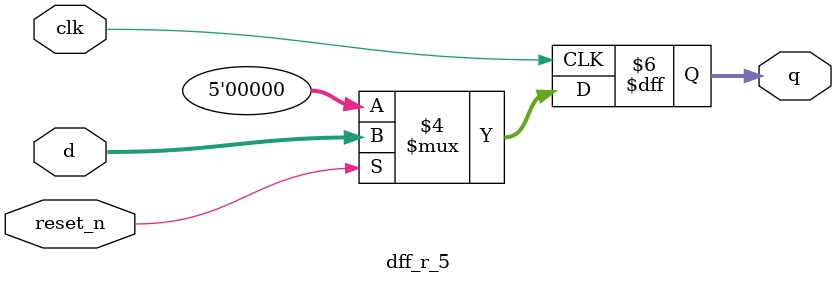
<source format=v>
module _dff(clk, reset_n, d, q); // Synchronous resettable D F/F
	input  d;
	input clk,reset_n;
	output reg q;
	
	always @(posedge clk)
		begin
		if(reset_n == 0)
			q = 0;
		else
			q = d;
		end
endmodule

module dff8_r(d,reset_n,clk, q);// 8bit synchronous resettable D F/F 
	input [7:0] d;
	input reset_n, clk;
	output reg [7:0] q;
	
	always @(posedge clk)
		begin
		if(reset_n == 0) q = 0;
		else q <= d;
		end

endmodule

module _dff_r_en(clk, reset_n, en , d, q); // Asynchornous resettable enable D F/F
	input clk,reset_n, en,d;
	output reg q;
	
	always@(posedge clk or negedge reset_n) 
	begin
			if(reset_n == 0)	q<=1'b0;
			else if(en)		q<=d;
			else				q<=q;
	end
endmodule

module dff32_r_en_c(d,reset_n,clk,en,op_clear,q);//32bit asynchronous resettable D F/F with op_clear
	input [31:0]d;
	input reset_n, clk,op_clear,en;
	output reg [31:0]q;
	
	always @(posedge clk or negedge reset_n or posedge op_clear)
		begin
		if(reset_n == 0 || op_clear == 1) q = 0;
		else if(en != 1)
			q<=q;
		else q <= d;
		end
endmodule

module dff32_r_en(clk, reset_n, en, d, q);//32bit asynchronous resettable D F/F
	input reset_n, clk, en;
	input [31:0] d;
	output reg [31:0] q;
	
	always @(posedge clk or negedge reset_n)
		begin
		if(reset_n == 0) q = 0;
		else if(en != 1)
			q<=q;
		else q <= d;
		end
endmodule

module dff9_r(d,reset_n,clk, q);// 9bit asynchronous resettable D F/F 
	input [8:0] d;
	input reset_n, clk;
	output reg [8:0] q;
	
	always @(posedge clk or negedge reset_n)
		begin
		if(reset_n == 0) q = 0;
		else q <= d;
		end

endmodule

module dff32_r_en_c2(d,reset_n,clk,en,op_clear,q); // 32bit asynchornous resettable with D F/F with op_clear
	input [31:0]d;
	input reset_n, clk,op_clear,en;
	output reg [31:0]q;
	
	always @(posedge clk or negedge reset_n or posedge op_clear)
		begin
		if(reset_n == 1'b0 || op_clear == 1'b1) q = 32'h0000;
		else if(en != 1'b1)
			q<=32'h0000;
		else q = d;
		end

endmodule

module dff32_r_en_c3(d,reset_n,clk,en,op_clear,q); // 32bit asynchornous resettable with D F/F with op_clear
	input [31:0]d;
	input reset_n, clk,op_clear,en;
	output reg [31:0]q;
	
	always @(negedge clk or negedge reset_n or posedge op_clear)  // negedge 
		begin
		if(reset_n == 1'b0 || op_clear == 1'b1) q = 32'h0000;
		else if(en != 1'b1)
			q<=32'h0000;
		else q = d;
		end

endmodule

module dff32_r_c(d,reset_n,clk,op_clear,q);// 32bit asynchronous resettable D F/F with op_clear
	input [31:0]d;
	input reset_n, clk,op_clear;
	output reg [31:0]q;
	
	always @(posedge clk or negedge reset_n)
		begin
		if(reset_n == 1'b0) q = 32'h0000;
		else if(op_clear == 1'b1) q=32'h0000;
		else q = d;
		end

endmodule

module dff32_r(d,reset_n,clk,q);// 32bit synchronous resettable D F/F
	input [31:0]d;
	input reset_n, clk;
	output reg [31:0]q;
	
	always @(posedge clk)
		begin
		if(reset_n == 1'b0) q = 32'h0000;
		else q = d;
		end

endmodule


module dff5_r(d,reset_n,clk,q);// 5bit asynchronous resettable D F/F
	input [4:0]d;
	input reset_n, clk;
	output reg [4:0]q;
	
	always @(posedge clk or negedge reset_n)
		begin
		if(reset_n == 1'b0)
			q = 5'b0000;
		else 
			q = d;
		end

endmodule

module dff4_r(d,reset_n,clk,q);// 4bit synchronous resettable D F/F
	input [3:0]d;
	input reset_n, clk;
	output reg [3:0]q;
	
	always @(posedge clk)
		begin
		if(reset_n == 0)
			q = 0;
		else 
			q = d;
		end

endmodule

module dff3_r(d,reset_n,clk,q);//3bit asynchronous resettable D F/F
	input [2:0]d;
	input reset_n, clk;
	output reg [2:0]q;
	
	always @(posedge clk or negedge reset_n)
		begin
		if(reset_n == 1'b0)
			q = 3'b000;
		else
			q = d;
		end

endmodule

module dff2_r(d,q,clk,reset_n);// 2bit asynchronous resettable D F/F
	input  [1:0]d;
	input clk,reset_n;
	output reg [1:0]q;
	
	always @(posedge clk or negedge reset_n)
		begin
		if(reset_n == 1'b0)
			q = 2'b0;
		else
			q = d;
		end
endmodule

module dff_r_5(d,q,clk,reset_n);// 5bit synchronous resettable D F/F
	input [4:0] d;
	input clk,reset_n;
	output reg [4:0]q;
	
	always @(posedge clk)
		begin
		if(reset_n == 1'b0)
			q = 5'b0;
		else
			q = d;
		end
endmodule

</source>
